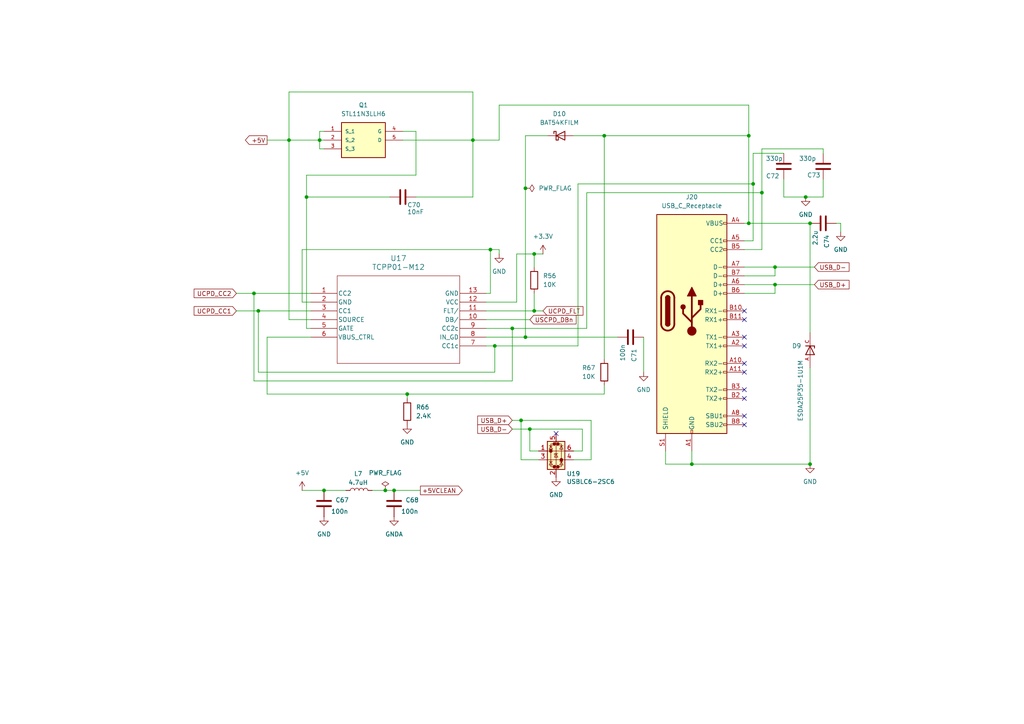
<source format=kicad_sch>
(kicad_sch (version 20250114) (generator "eeschema") (generator_version "9.0")
  (paper "A4")
  (lib_symbols
    (symbol "Connector:USB_C_Receptacle" (pin_names (offset 1.016))
      (property "Reference" "J" (at -10.16 29.21 0))
      (property "Value" "USB_C_Receptacle" (at 10.16 29.21 0))
      (symbol "USB_C_Receptacle_0_0"
        (rectangle (start -0.254 -35.56) (end 0.254 -34.544))
        (rectangle (start 10.16 25.654) (end 9.144 25.146))
        (rectangle (start 10.16 20.574) (end 9.144 20.066))
        (rectangle (start 10.16 18.034) (end 9.144 17.526))
        (rectangle (start 10.16 12.954) (end 9.144 12.446))
        (rectangle (start 10.16 10.414) (end 9.144 9.906))
        (rectangle (start 10.16 7.874) (end 9.144 7.366))
        (rectangle (start 10.16 5.334) (end 9.144 4.826))
        (rectangle (start 10.16 0.254) (end 9.144 -0.254))
        (rectangle (start 10.16 -2.286) (end 9.144 -2.794))
        (rectangle (start 10.16 -7.366) (end 9.144 -7.874))
        (rectangle (start 10.16 -9.906) (end 9.144 -10.414))
        (rectangle (start 10.16 -14.986) (end 9.144 -15.494))
        (rectangle (start 10.16 -17.526) (end 9.144 -18.034))
        (rectangle (start 10.16 -22.606) (end 9.144 -23.114))
        (rectangle (start 10.16 -25.146) (end 9.144 -25.654))
        (rectangle (start 10.16 -30.226) (end 9.144 -30.734))
        (rectangle (start 10.16 -32.766) (end 9.144 -33.274))
      )
      (symbol "USB_C_Receptacle_0_1"
        (rectangle (start -10.16 27.94) (end 10.16 -35.56) (stroke (width 0.254)) (fill (type background)))
        (polyline (pts (xy -8.89 -3.81) (xy -8.89 3.81)) (stroke (width 0.508)))
        (rectangle (start -7.62 -3.81) (end -6.35 3.81) (stroke (width 0.254)) (fill (type outline)))
        (arc (start -7.62 3.81) (mid -6.985 4.4423) (end -6.35 3.81) (stroke (width 0.254)))
        (arc (start -7.62 3.81) (mid -6.985 4.4423) (end -6.35 3.81) (stroke (width 0.254)) (fill (type outline)))
        (arc (start -8.89 3.81) (mid -6.985 5.7067) (end -5.08 3.81) (stroke (width 0.508)))
        (arc (start -5.08 -3.81) (mid -6.985 -5.7067) (end -8.89 -3.81) (stroke (width 0.508)))
        (arc (start -6.35 -3.81) (mid -6.985 -4.4423) (end -7.62 -3.81) (stroke (width 0.254)))
        (arc (start -6.35 -3.81) (mid -6.985 -4.4423) (end -7.62 -3.81) (stroke (width 0.254)) (fill (type outline)))
        (polyline (pts (xy -5.08 3.81) (xy -5.08 -3.81)) (stroke (width 0.508)))
      )
      (symbol "USB_C_Receptacle_1_1"
        (circle (center -2.54 1.143) (radius 0.635) (stroke (width 0.254)) (fill (type outline)))
        (polyline (pts (xy -1.27 4.318) (xy 0 6.858) (xy 1.27 4.318) (xy -1.27 4.318)) (stroke (width 0.254)) (fill (type outline)))
        (polyline (pts (xy 0 -2.032) (xy 2.54 0.508) (xy 2.54 1.778)) (stroke (width 0.508)))
        (polyline (pts (xy 0 -3.302) (xy -2.54 -0.762) (xy -2.54 0.508)) (stroke (width 0.508)))
        (polyline (pts (xy 0 -5.842) (xy 0 4.318)) (stroke (width 0.508)))
        (circle (center 0 -5.842) (radius 1.27) (fill (type outline)))
        (rectangle (start 1.905 1.778) (end 3.175 3.048) (stroke (width 0.254)) (fill (type outline)))
        (pin passive line (at -7.62 -40.64 90) (length 5.08) (name "SHIELD") (number "S1"))
        (pin passive line (at 0 -40.64 90) (length 5.08) (name "GND") (number "A1"))
        (pin passive line (at 0 -40.64 90) (length 5.08) (hide yes) (name "GND") (number "A12"))
        (pin passive line (at 0 -40.64 90) (length 5.08) (hide yes) (name "GND") (number "B1"))
        (pin passive line (at 0 -40.64 90) (length 5.08) (hide yes) (name "GND") (number "B12"))
        (pin passive line (at 15.24 25.4 180) (length 5.08) (name "VBUS") (number "A4"))
        (pin passive line (at 15.24 25.4 180) (length 5.08) (hide yes) (name "VBUS") (number "A9"))
        (pin passive line (at 15.24 25.4 180) (length 5.08) (hide yes) (name "VBUS") (number "B4"))
        (pin passive line (at 15.24 25.4 180) (length 5.08) (hide yes) (name "VBUS") (number "B9"))
        (pin bidirectional line (at 15.24 20.32 180) (length 5.08) (name "CC1") (number "A5"))
        (pin bidirectional line (at 15.24 17.78 180) (length 5.08) (name "CC2") (number "B5"))
        (pin bidirectional line (at 15.24 12.7 180) (length 5.08) (name "D-") (number "A7"))
        (pin bidirectional line (at 15.24 10.16 180) (length 5.08) (name "D-") (number "B7"))
        (pin bidirectional line (at 15.24 7.62 180) (length 5.08) (name "D+") (number "A6"))
        (pin bidirectional line (at 15.24 5.08 180) (length 5.08) (name "D+") (number "B6"))
        (pin bidirectional line (at 15.24 0 180) (length 5.08) (name "RX1-") (number "B10"))
        (pin bidirectional line (at 15.24 -2.54 180) (length 5.08) (name "RX1+") (number "B11"))
        (pin bidirectional line (at 15.24 -7.62 180) (length 5.08) (name "TX1-") (number "A3"))
        (pin bidirectional line (at 15.24 -10.16 180) (length 5.08) (name "TX1+") (number "A2"))
        (pin bidirectional line (at 15.24 -15.24 180) (length 5.08) (name "RX2-") (number "A10"))
        (pin bidirectional line (at 15.24 -17.78 180) (length 5.08) (name "RX2+") (number "A11"))
        (pin bidirectional line (at 15.24 -22.86 180) (length 5.08) (name "TX2-") (number "B3"))
        (pin bidirectional line (at 15.24 -25.4 180) (length 5.08) (name "TX2+") (number "B2"))
        (pin bidirectional line (at 15.24 -30.48 180) (length 5.08) (name "SBU1") (number "A8"))
        (pin bidirectional line (at 15.24 -33.02 180) (length 5.08) (name "SBU2") (number "B8"))
      )
    )
    (symbol "Device:C" (pin_numbers (hide yes)) (pin_names (offset 0.254))
      (property "Reference" "C" (at 0.635 2.54 0))
      (property "Value" "C" (at 0.635 -2.54 0))
      (symbol "C_0_1"
        (polyline (pts (xy -2.032 0.762) (xy 2.032 0.762)) (stroke (width 0.508)))
        (polyline (pts (xy -2.032 -0.762) (xy 2.032 -0.762)) (stroke (width 0.508)))
      )
      (symbol "C_1_1"
        (pin passive line (at 0 3.81 270) (length 2.794) (name "~") (number "1"))
        (pin passive line (at 0 -3.81 90) (length 2.794) (name "~") (number "2"))
      )
    )
    (symbol "Device:D_Schottky" (pin_numbers (hide yes)) (pin_names (offset 1.016) (hide yes))
      (property "Reference" "D" (at 0 2.54 0))
      (property "Value" "D_Schottky" (at 0 -2.54 0))
      (symbol "D_Schottky_0_1"
        (polyline (pts (xy -1.905 0.635) (xy -1.905 1.27) (xy -1.27 1.27) (xy -1.27 -1.27) (xy -0.635 -1.27) (xy -0.635 -0.635)) (stroke (width 0.254)))
        (polyline (pts (xy 1.27 1.27) (xy 1.27 -1.27) (xy -1.27 0) (xy 1.27 1.27)) (stroke (width 0.254)))
        (polyline (pts (xy 1.27 0) (xy -1.27 0)))
      )
      (symbol "D_Schottky_1_1"
        (pin passive line (at -3.81 0 0) (length 2.54) (name "K") (number "1"))
        (pin passive line (at 3.81 0 180) (length 2.54) (name "A") (number "2"))
      )
    )
    (symbol "Device:L" (pin_numbers (hide yes)) (pin_names (offset 1.016) (hide yes))
      (property "Reference" "L" (at -1.27 0 90))
      (property "Value" "L" (at 1.905 0 90))
      (symbol "L_0_1"
        (arc (start 0 2.54) (mid 0.6323 1.905) (end 0 1.27))
        (arc (start 0 1.27) (mid 0.6323 0.635) (end 0 0))
        (arc (start 0 0) (mid 0.6323 -0.635) (end 0 -1.27))
        (arc (start 0 -1.27) (mid 0.6323 -1.905) (end 0 -2.54))
      )
      (symbol "L_1_1"
        (pin passive line (at 0 3.81 270) (length 1.27) (name "1") (number "1"))
        (pin passive line (at 0 -3.81 90) (length 1.27) (name "2") (number "2"))
      )
    )
    (symbol "Device:R" (pin_numbers (hide yes)) (pin_names (offset 0))
      (property "Reference" "R" (at 2.032 0 90))
      (property "Value" "R" (at 0 0 90))
      (symbol "R_0_1"
        (rectangle (start -1.016 -2.54) (end 1.016 2.54) (stroke (width 0.254)))
      )
      (symbol "R_1_1"
        (pin passive line (at 0 3.81 270) (length 1.27) (name "~") (number "1"))
        (pin passive line (at 0 -3.81 90) (length 1.27) (name "~") (number "2"))
      )
    )
    (symbol "GND_1" (power) (pin_numbers (hide yes)) (pin_names (offset 0) (hide yes))
      (property "Value" "GND" (at 0 -3.81 0))
      (symbol "GND_1_0_1"
        (polyline (pts (xy 0 0) (xy 0 -1.27) (xy 1.27 -1.27) (xy 0 -2.54) (xy -1.27 -1.27) (xy 0 -1.27)))
      )
      (symbol "GND_1_1_1"
        (pin power_in line (at 0 0 270) (length 0) (name "~") (number "1"))
      )
    )
    (symbol "GND_2" (power) (pin_numbers (hide yes)) (pin_names (offset 0) (hide yes))
      (property "Value" "GND" (at 0 -3.81 0))
      (symbol "GND_2_0_1"
        (polyline (pts (xy 0 0) (xy 0 -1.27) (xy 1.27 -1.27) (xy 0 -2.54) (xy -1.27 -1.27) (xy 0 -1.27)))
      )
      (symbol "GND_2_1_1"
        (pin power_in line (at 0 0 270) (length 0) (name "~") (number "1"))
      )
    )
    (symbol "GND_3" (power) (pin_numbers (hide yes)) (pin_names (offset 0) (hide yes))
      (property "Value" "GND" (at 0 -3.81 0))
      (symbol "GND_3_0_1"
        (polyline (pts (xy 0 0) (xy 0 -1.27) (xy 1.27 -1.27) (xy 0 -2.54) (xy -1.27 -1.27) (xy 0 -1.27)))
      )
      (symbol "GND_3_1_1"
        (pin power_in line (at 0 0 270) (length 0) (name "~") (number "1"))
      )
    )
    (symbol "GND_4" (power) (pin_numbers (hide yes)) (pin_names (offset 0) (hide yes))
      (property "Value" "GND" (at 0 -3.81 0))
      (symbol "GND_4_0_1"
        (polyline (pts (xy 0 0) (xy 0 -1.27) (xy 1.27 -1.27) (xy 0 -2.54) (xy -1.27 -1.27) (xy 0 -1.27)))
      )
      (symbol "GND_4_1_1"
        (pin power_in line (at 0 0 270) (length 0) (name "~") (number "1"))
      )
    )
    (symbol "GND_5" (power) (pin_numbers (hide yes)) (pin_names (offset 0) (hide yes))
      (property "Value" "GND" (at 0 -3.81 0))
      (symbol "GND_5_0_1"
        (polyline (pts (xy 0 0) (xy 0 -1.27) (xy 1.27 -1.27) (xy 0 -2.54) (xy -1.27 -1.27) (xy 0 -1.27)))
      )
      (symbol "GND_5_1_1"
        (pin power_in line (at 0 0 270) (length 0) (name "~") (number "1"))
      )
    )
    (symbol "GND_6" (power) (pin_numbers (hide yes)) (pin_names (offset 0) (hide yes))
      (property "Value" "GND" (at 0 -3.81 0))
      (symbol "GND_6_0_1"
        (polyline (pts (xy 0 0) (xy 0 -1.27) (xy 1.27 -1.27) (xy 0 -2.54) (xy -1.27 -1.27) (xy 0 -1.27)))
      )
      (symbol "GND_6_1_1"
        (pin power_in line (at 0 0 270) (length 0) (name "~") (number "1"))
      )
    )
    (symbol "GND_7" (power) (pin_numbers (hide yes)) (pin_names (offset 0) (hide yes))
      (property "Value" "GND" (at 0 -3.81 0))
      (symbol "GND_7_0_1"
        (polyline (pts (xy 0 0) (xy 0 -1.27) (xy 1.27 -1.27) (xy 0 -2.54) (xy -1.27 -1.27) (xy 0 -1.27)))
      )
      (symbol "GND_7_1_1"
        (pin power_in line (at 0 0 270) (length 0) (name "~") (number "1"))
      )
    )
    (symbol "Power_Protection:USBLC6-2SC6" (pin_names (hide yes))
      (property "Reference" "U" (at 0.635 5.715 0))
      (property "Value" "USBLC6-2SC6" (at 0.635 3.81 0))
      (symbol "USBLC6-2SC6_0_0"
        (circle (center -1.524 0) (radius 0.0001) (stroke (width 0.508)))
        (circle (center -0.508 2.032) (radius 0.0001) (stroke (width 0.508)))
        (circle (center -0.508 -4.572) (radius 0.0001) (stroke (width 0.508)))
        (circle (center 0.508 2.032) (radius 0.0001) (stroke (width 0.508)))
        (circle (center 0.508 -4.572) (radius 0.0001) (stroke (width 0.508)))
        (circle (center 1.524 -2.54) (radius 0.0001) (stroke (width 0.508)))
      )
      (symbol "USBLC6-2SC6_0_1"
        (polyline (pts (xy -2.54 0) (xy 2.54 0)))
        (polyline (pts (xy -2.54 -2.54) (xy 2.54 -2.54)))
        (polyline (pts (xy -2.032 0.508) (xy -1.016 0.508) (xy -1.524 1.524) (xy -2.032 0.508)))
        (polyline (pts (xy -2.032 -3.048) (xy -1.016 -3.048)))
        (polyline (pts (xy -1.016 1.524) (xy -2.032 1.524)))
        (polyline (pts (xy -1.016 -4.064) (xy -2.032 -4.064) (xy -1.524 -3.048) (xy -1.016 -4.064)))
        (polyline (pts (xy -0.508 -1.143) (xy -0.508 -0.762) (xy 0.508 -0.762)))
        (polyline (pts (xy 0 2.54) (xy -0.508 2.032) (xy 0.508 2.032) (xy 0 1.524) (xy 0 -4.064) (xy -0.508 -4.572) (xy 0.508 -4.572) (xy 0 -5.08)))
        (polyline (pts (xy 0.508 -1.778) (xy -0.508 -1.778) (xy 0 -0.762) (xy 0.508 -1.778)))
        (polyline (pts (xy 1.016 1.524) (xy 2.032 1.524)))
        (polyline (pts (xy 1.016 -3.048) (xy 2.032 -3.048)))
        (polyline (pts (xy 2.032 0.508) (xy 1.016 0.508) (xy 1.524 1.524) (xy 2.032 0.508)))
        (polyline (pts (xy 2.032 -4.064) (xy 1.016 -4.064) (xy 1.524 -3.048) (xy 2.032 -4.064)))
      )
      (symbol "USBLC6-2SC6_1_1"
        (rectangle (start -2.54 2.794) (end 2.54 -5.334) (stroke (width 0.254)) (fill (type background)))
        (polyline (pts (xy -0.508 2.032) (xy -1.524 2.032) (xy -1.524 -4.572) (xy -0.508 -4.572)))
        (polyline (pts (xy 0.508 -4.572) (xy 1.524 -4.572) (xy 1.524 2.032) (xy 0.508 2.032)))
        (pin passive line (at -5.08 0 0) (length 2.54) (name "I/O1") (number "1"))
        (pin passive line (at -5.08 -2.54 0) (length 2.54) (name "I/O2") (number "3"))
        (pin passive line (at 0 5.08 270) (length 2.54) (name "VBUS") (number "5"))
        (pin passive line (at 0 -7.62 90) (length 2.54) (name "GND") (number "2"))
        (pin passive line (at 5.08 0 180) (length 2.54) (name "I/O1") (number "6"))
        (pin passive line (at 5.08 -2.54 180) (length 2.54) (name "I/O2") (number "4"))
      )
    )
    (symbol "USBLabTool:ESDA25P35-1U1M" (pin_names (offset 1.016))
      (property "Reference" "D" (at -5.0835 2.4159 0))
      (property "Value" "ESDA25P35-1U1M" (at -5.0854 -4.9611 0))
      (symbol "ESDA25P35-1U1M_0_0"
        (polyline (pts (xy -1.27 0) (xy -1.27 1.27)) (stroke (width 0.254)))
        (polyline (pts (xy -1.27 0) (xy 1.27 -1.27)) (stroke (width 0.254)))
        (polyline (pts (xy -1.27 -1.27) (xy -1.27 0)) (stroke (width 0.254)))
        (polyline (pts (xy -0.635 -1.27) (xy -1.27 -1.27)) (stroke (width 0.254)))
        (polyline (pts (xy 1.27 1.27) (xy -1.27 0)) (stroke (width 0.254)))
        (polyline (pts (xy 1.27 -1.27) (xy 1.27 1.27)) (stroke (width 0.254)))
        (pin passive line (at -5.08 0 0) (length 5.08) (name "~") (number "C"))
        (pin passive line (at 5.08 0 180) (length 5.08) (name "~") (number "A"))
      )
    )
    (symbol "USBLabTool:STL11N3LLH6" (pin_names (offset 1.016))
      (property "Reference" "Q" (at 19.05 7.62 0))
      (property "Value" "STL11N3LLH6" (at 19.05 5.08 0))
      (symbol "STL11N3LLH6_0_0"
        (rectangle (start 5.08 2.54) (end 17.78 -7.62) (stroke (width 0.254)) (fill (type background)))
      )
      (symbol "STL11N3LLH6_1_0"
        (pin passive line (at 0 0 0) (length 5.08) (name "S_1") (number "1"))
        (pin passive line (at 0 -2.54 0) (length 5.08) (name "S_2") (number "2"))
        (pin passive line (at 0 -5.08 0) (length 5.08) (name "S_3") (number "3"))
        (pin passive line (at 22.86 0 180) (length 5.08) (name "G") (number "4"))
        (pin passive line (at 22.86 -2.54 180) (length 5.08) (name "D") (number "5"))
      )
    )
    (symbol "USBLabTool:TCPP01-M12" (pin_names (offset 0.254))
      (property "Reference" "U" (at 25.4 10.16 0))
      (property "Value" "TCPP01-M12" (at 25.4 7.62 0))
      (symbol "TCPP01-M12_0_1"
        (polyline (pts (xy 7.62 5.08) (xy 7.62 -20.32)) (stroke (width 0.127)))
        (polyline (pts (xy 7.62 -20.32) (xy 43.18 -20.32)) (stroke (width 0.127)))
        (polyline (pts (xy 43.18 5.08) (xy 7.62 5.08)) (stroke (width 0.127)))
        (polyline (pts (xy 43.18 -20.32) (xy 43.18 5.08)) (stroke (width 0.127)))
        (pin bidirectional line (at 0 0 0) (length 7.62) (name "CC2") (number "1"))
        (pin bidirectional line (at 0 -5.08 0) (length 7.62) (name "CC1") (number "3"))
        (pin power_in line (at 50.8 -2.54 180) (length 7.62) (name "VCC") (number "12"))
        (pin bidirectional line (at 50.8 -10.16 180) (length 7.62) (name "CC2c") (number "9"))
        (pin bidirectional line (at 50.8 -15.24 180) (length 7.62) (name "CC1c") (number "7"))
      )
      (symbol "TCPP01-M12_1_1"
        (pin power_in line (at 0 -2.54 0) (length 7.62) (name "GND") (number "2"))
        (pin power_out line (at 0 -7.62 0) (length 7.62) (name "SOURCE") (number "4"))
        (pin output line (at 0 -10.16 0) (length 7.62) (name "GATE") (number "5"))
        (pin input line (at 0 -12.7 0) (length 7.62) (name "VBUS_CTRL") (number "6"))
        (pin power_in line (at 50.8 0 180) (length 7.62) (name "GND") (number "13"))
        (pin output line (at 50.8 -5.08 180) (length 7.62) (name "FLT/") (number "11"))
        (pin input line (at 50.8 -7.62 180) (length 7.62) (name "DB/") (number "10"))
        (pin power_in line (at 50.8 -12.7 180) (length 7.62) (name "IN_GD") (number "8"))
      )
    )
    (symbol "power:+3.3V" (power) (pin_numbers (hide yes)) (pin_names (offset 0) (hide yes))
      (property "Value" "+3.3V" (at 0 3.556 0))
      (symbol "+3.3V_0_1"
        (polyline (pts (xy -0.762 1.27) (xy 0 2.54)))
        (polyline (pts (xy 0 2.54) (xy 0.762 1.27)))
        (polyline (pts (xy 0 0) (xy 0 2.54)))
      )
      (symbol "+3.3V_1_1"
        (pin power_in line (at 0 0 90) (length 0) (name "~") (number "1"))
      )
    )
    (symbol "power:+5V" (power) (pin_numbers (hide yes)) (pin_names (offset 0) (hide yes))
      (property "Value" "+5V" (at 0 3.556 0))
      (symbol "+5V_0_1"
        (polyline (pts (xy -0.762 1.27) (xy 0 2.54)))
        (polyline (pts (xy 0 2.54) (xy 0.762 1.27)))
        (polyline (pts (xy 0 0) (xy 0 2.54)))
      )
      (symbol "+5V_1_1"
        (pin power_in line (at 0 0 90) (length 0) (name "~") (number "1"))
      )
    )
    (symbol "power:GND" (power) (pin_numbers (hide yes)) (pin_names (offset 0) (hide yes))
      (property "Value" "GND" (at 0 -3.81 0))
      (symbol "GND_0_1"
        (polyline (pts (xy 0 0) (xy 0 -1.27) (xy 1.27 -1.27) (xy 0 -2.54) (xy -1.27 -1.27) (xy 0 -1.27)))
      )
      (symbol "GND_1_1"
        (pin power_in line (at 0 0 270) (length 0) (name "~") (number "1"))
      )
    )
    (symbol "power:GNDA" (power) (pin_numbers (hide yes)) (pin_names (offset 0) (hide yes))
      (property "Value" "GNDA" (at 0 -3.81 0))
      (symbol "GNDA_0_1"
        (polyline (pts (xy 0 0) (xy 0 -1.27) (xy 1.27 -1.27) (xy 0 -2.54) (xy -1.27 -1.27) (xy 0 -1.27)))
      )
      (symbol "GNDA_1_1"
        (pin power_in line (at 0 0 270) (length 0) (name "~") (number "1"))
      )
    )
    (symbol "power:PWR_FLAG" (power) (pin_numbers (hide yes)) (pin_names (offset 0) (hide yes))
      (property "Value" "PWR_FLAG" (at 0 3.81 0))
      (symbol "PWR_FLAG_0_0"
        (pin power_out line (at 0 0 90) (length 0) (name "~") (number "1"))
      )
      (symbol "PWR_FLAG_0_1"
        (polyline (pts (xy 0 0) (xy 0 1.27) (xy -1.016 1.905) (xy 0 2.54) (xy 1.016 1.905) (xy 0 1.27)))
      )
    )
  )
  (junction (at 234.95 134.62))
  (junction (at 93.98 142.24))
  (junction (at 111.76 142.24))
  (junction (at 224.79 77.47))
  (junction (at 154.94 73.66))
  (junction (at 143.51 100.33))
  (junction (at 220.98 55.88))
  (junction (at 154.94 90.17))
  (junction (at 217.17 39.37))
  (junction (at 118.11 114.3))
  (junction (at 152.4 54.61))
  (junction (at 148.59 95.25))
  (junction (at 114.3 142.24))
  (junction (at 83.82 40.64))
  (junction (at 137.16 40.64))
  (junction (at 74.93 90.17))
  (junction (at 224.79 82.55))
  (junction (at 88.9 57.15))
  (junction (at 175.26 39.37))
  (junction (at 217.17 64.77))
  (junction (at 218.44 53.34))
  (junction (at 233.68 57.15))
  (junction (at 142.24 72.39))
  (junction (at 151.13 121.92))
  (junction (at 153.67 124.46))
  (junction (at 152.4 97.79))
  (junction (at 234.95 64.77))
  (junction (at 92.71 40.64))
  (junction (at 200.66 134.62))
  (junction (at 73.66 85.09))
  (no_connect (at 215.9 107.95))
  (no_connect (at 215.9 105.41))
  (no_connect (at 215.9 113.03))
  (no_connect (at 215.9 92.71))
  (no_connect (at 215.9 90.17))
  (no_connect (at 215.9 123.19))
  (no_connect (at 215.9 120.65))
  (no_connect (at 215.9 97.79))
  (no_connect (at 161.29 125.73))
  (no_connect (at 215.9 115.57))
  (no_connect (at 215.9 100.33))
  (wire (pts (xy 77.47 97.79) (xy 90.17 97.79)))
  (wire (pts (xy 83.82 40.64) (xy 92.71 40.64)))
  (wire (pts (xy 73.66 110.49) (xy 148.59 110.49)))
  (wire (pts (xy 243.84 64.77) (xy 242.57 64.77)))
  (wire (pts (xy 93.98 142.24) (xy 100.33 142.24)))
  (wire (pts (xy 220.98 55.88) (xy 170.18 55.88)))
  (wire (pts (xy 217.17 30.48) (xy 217.17 39.37)))
  (wire (pts (xy 148.59 95.25) (xy 170.18 95.25)))
  (wire (pts (xy 166.37 130.81) (xy 168.91 130.81)))
  (wire (pts (xy 151.13 133.35) (xy 151.13 121.92)))
  (wire (pts (xy 152.4 39.37) (xy 158.75 39.37)))
  (wire (pts (xy 234.95 64.77) (xy 234.95 96.52)))
  (wire (pts (xy 220.98 72.39) (xy 220.98 55.88)))
  (wire (pts (xy 171.45 133.35) (xy 171.45 121.92)))
  (wire (pts (xy 153.67 124.46) (xy 168.91 124.46)))
  (wire (pts (xy 238.76 52.07) (xy 238.76 57.15)))
  (wire (pts (xy 74.93 107.95) (xy 143.51 107.95)))
  (wire (pts (xy 118.11 114.3) (xy 175.26 114.3)))
  (wire (pts (xy 215.9 64.77) (xy 217.17 64.77)))
  (wire (pts (xy 116.84 40.64) (xy 137.16 40.64)))
  (wire (pts (xy 149.86 73.66) (xy 149.86 87.63)))
  (wire (pts (xy 153.67 130.81) (xy 153.67 124.46)))
  (wire (pts (xy 217.17 64.77) (xy 217.17 39.37)))
  (wire (pts (xy 224.79 80.01) (xy 224.79 77.47)))
  (wire (pts (xy 137.16 40.64) (xy 144.78 40.64)))
  (wire (pts (xy 73.66 85.09) (xy 90.17 85.09)))
  (wire (pts (xy 166.37 133.35) (xy 171.45 133.35)))
  (wire (pts (xy 243.84 64.77) (xy 243.84 67.31)))
  (wire (pts (xy 152.4 97.79) (xy 179.07 97.79)))
  (wire (pts (xy 166.37 39.37) (xy 175.26 39.37)))
  (wire (pts (xy 144.78 30.48) (xy 217.17 30.48)))
  (wire (pts (xy 224.79 77.47) (xy 236.22 77.47)))
  (wire (pts (xy 83.82 40.64) (xy 83.82 26.67)))
  (wire (pts (xy 74.93 90.17) (xy 90.17 90.17)))
  (wire (pts (xy 73.66 85.09) (xy 73.66 110.49)))
  (wire (pts (xy 200.66 134.62) (xy 234.95 134.62)))
  (wire (pts (xy 111.76 142.24) (xy 114.3 142.24)))
  (wire (pts (xy 215.9 77.47) (xy 224.79 77.47)))
  (wire (pts (xy 83.82 26.67) (xy 137.16 26.67)))
  (wire (pts (xy 152.4 39.37) (xy 152.4 54.61)))
  (wire (pts (xy 233.68 57.15) (xy 238.76 57.15)))
  (wire (pts (xy 140.97 100.33) (xy 143.51 100.33)))
  (wire (pts (xy 170.18 55.88) (xy 170.18 95.25)))
  (wire (pts (xy 227.33 52.07) (xy 227.33 57.15)))
  (wire (pts (xy 151.13 121.92) (xy 171.45 121.92)))
  (wire (pts (xy 143.51 100.33) (xy 143.51 107.95)))
  (wire (pts (xy 87.63 142.24) (xy 93.98 142.24)))
  (wire (pts (xy 224.79 85.09) (xy 224.79 82.55)))
  (wire (pts (xy 154.94 90.17) (xy 157.48 90.17)))
  (wire (pts (xy 220.98 55.88) (xy 220.98 43.18)))
  (wire (pts (xy 218.44 69.85) (xy 218.44 53.34)))
  (wire (pts (xy 218.44 44.45) (xy 227.33 44.45)))
  (wire (pts (xy 88.9 50.8) (xy 88.9 57.15)))
  (wire (pts (xy 215.9 69.85) (xy 218.44 69.85)))
  (wire (pts (xy 107.95 142.24) (xy 111.76 142.24)))
  (wire (pts (xy 200.66 134.62) (xy 193.04 134.62)))
  (wire (pts (xy 149.86 73.66) (xy 154.94 73.66)))
  (wire (pts (xy 175.26 39.37) (xy 175.26 104.14)))
  (wire (pts (xy 88.9 57.15) (xy 88.9 95.25)))
  (wire (pts (xy 156.21 130.81) (xy 153.67 130.81)))
  (wire (pts (xy 92.71 38.1) (xy 92.71 40.64)))
  (wire (pts (xy 227.33 57.15) (xy 233.68 57.15)))
  (wire (pts (xy 218.44 53.34) (xy 218.44 44.45)))
  (wire (pts (xy 156.21 133.35) (xy 151.13 133.35)))
  (wire (pts (xy 186.69 97.79) (xy 186.69 107.95)))
  (wire (pts (xy 137.16 26.67) (xy 137.16 40.64)))
  (wire (pts (xy 175.26 39.37) (xy 217.17 39.37)))
  (wire (pts (xy 215.9 85.09) (xy 224.79 85.09)))
  (wire (pts (xy 217.17 64.77) (xy 234.95 64.77)))
  (wire (pts (xy 154.94 73.66) (xy 154.94 77.47)))
  (wire (pts (xy 175.26 111.76) (xy 175.26 114.3)))
  (wire (pts (xy 114.3 142.24) (xy 121.92 142.24)))
  (wire (pts (xy 68.58 90.17) (xy 74.93 90.17)))
  (wire (pts (xy 77.47 97.79) (xy 77.47 114.3)))
  (wire (pts (xy 120.65 38.1) (xy 116.84 38.1)))
  (wire (pts (xy 88.9 50.8) (xy 120.65 50.8)))
  (wire (pts (xy 200.66 130.81) (xy 200.66 134.62)))
  (wire (pts (xy 144.78 73.66) (xy 144.78 72.39)))
  (wire (pts (xy 92.71 40.64) (xy 92.71 43.18)))
  (wire (pts (xy 142.24 85.09) (xy 140.97 85.09)))
  (wire (pts (xy 215.9 82.55) (xy 224.79 82.55)))
  (wire (pts (xy 92.71 43.18) (xy 93.98 43.18)))
  (wire (pts (xy 74.93 90.17) (xy 74.93 107.95)))
  (wire (pts (xy 144.78 40.64) (xy 144.78 30.48)))
  (wire (pts (xy 120.65 50.8) (xy 120.65 38.1)))
  (wire (pts (xy 87.63 87.63) (xy 90.17 87.63)))
  (wire (pts (xy 77.47 114.3) (xy 118.11 114.3)))
  (wire (pts (xy 238.76 43.18) (xy 238.76 44.45)))
  (wire (pts (xy 68.58 85.09) (xy 73.66 85.09)))
  (wire (pts (xy 142.24 72.39) (xy 142.24 85.09)))
  (wire (pts (xy 120.65 57.15) (xy 137.16 57.15)))
  (wire (pts (xy 220.98 43.18) (xy 238.76 43.18)))
  (wire (pts (xy 83.82 92.71) (xy 90.17 92.71)))
  (wire (pts (xy 154.94 85.09) (xy 154.94 90.17)))
  (wire (pts (xy 154.94 73.66) (xy 157.48 73.66)))
  (wire (pts (xy 87.63 72.39) (xy 142.24 72.39)))
  (wire (pts (xy 137.16 40.64) (xy 137.16 57.15)))
  (wire (pts (xy 167.64 53.34) (xy 218.44 53.34)))
  (wire (pts (xy 193.04 130.81) (xy 193.04 134.62)))
  (wire (pts (xy 148.59 121.92) (xy 151.13 121.92)))
  (wire (pts (xy 77.47 40.64) (xy 83.82 40.64)))
  (wire (pts (xy 83.82 40.64) (xy 83.82 92.71)))
  (wire (pts (xy 92.71 38.1) (xy 93.98 38.1)))
  (wire (pts (xy 234.95 134.62) (xy 234.95 106.68)))
  (wire (pts (xy 88.9 57.15) (xy 113.03 57.15)))
  (wire (pts (xy 87.63 87.63) (xy 87.63 72.39)))
  (wire (pts (xy 90.17 95.25) (xy 88.9 95.25)))
  (wire (pts (xy 144.78 72.39) (xy 142.24 72.39)))
  (wire (pts (xy 215.9 80.01) (xy 224.79 80.01)))
  (wire (pts (xy 92.71 40.64) (xy 93.98 40.64)))
  (wire (pts (xy 168.91 130.81) (xy 168.91 124.46)))
  (wire (pts (xy 140.97 92.71) (xy 153.67 92.71)))
  (wire (pts (xy 140.97 97.79) (xy 152.4 97.79)))
  (wire (pts (xy 224.79 82.55) (xy 236.22 82.55)))
  (wire (pts (xy 143.51 100.33) (xy 167.64 100.33)))
  (wire (pts (xy 118.11 115.57) (xy 118.11 114.3)))
  (wire (pts (xy 140.97 90.17) (xy 154.94 90.17)))
  (wire (pts (xy 148.59 124.46) (xy 153.67 124.46)))
  (wire (pts (xy 152.4 54.61) (xy 152.4 97.79)))
  (wire (pts (xy 215.9 72.39) (xy 220.98 72.39)))
  (wire (pts (xy 140.97 95.25) (xy 148.59 95.25)))
  (wire (pts (xy 167.64 100.33) (xy 167.64 53.34)))
  (wire (pts (xy 140.97 87.63) (xy 149.86 87.63)))
  (wire (pts (xy 148.59 95.25) (xy 148.59 110.49)))
  (global_label "UCPD_FLT" (shape input) (at 157.48 90.17 0) (property "Intersheetrefs" "${INTERSHEET_REFS}" (effects (hide yes))))
  (global_label "USB_D-" (shape input) (at 148.59 124.46 180) (property "Intersheetrefs" "${INTERSHEET_REFS}" (effects (hide yes))))
  (global_label "UCPD_CC1" (shape input) (at 68.58 90.17 180) (property "Intersheetrefs" "${INTERSHEET_REFS}" (effects (hide yes))))
  (global_label "USCPD_DBn" (shape input) (at 153.67 92.71 0) (property "Intersheetrefs" "${INTERSHEET_REFS}" (effects (hide yes))))
  (global_label "+5VCLEAN" (shape output) (at 121.92 142.24 0) (property "Intersheetrefs" "${INTERSHEET_REFS}" (effects (hide yes))))
  (global_label "UCPD_CC2" (shape input) (at 68.58 85.09 180) (property "Intersheetrefs" "${INTERSHEET_REFS}" (effects (hide yes))))
  (global_label "USB_D+" (shape input) (at 236.22 82.55 0) (property "Intersheetrefs" "${INTERSHEET_REFS}" (effects (hide yes))))
  (global_label "USB_D+" (shape input) (at 148.59 121.92 180) (property "Intersheetrefs" "${INTERSHEET_REFS}" (effects (hide yes))))
  (global_label "+5V" (shape output) (at 77.47 40.64 180) (property "Intersheetrefs" "${INTERSHEET_REFS}" (effects (hide yes))))
  (global_label "USB_D-" (shape input) (at 236.22 77.47 0) (property "Intersheetrefs" "${INTERSHEET_REFS}" (effects (hide yes))))
  (symbol (lib_id "USBLabTool:STL11N3LLH6") (at 93.98 38.1 0) (unit 1)
    (property "Reference" "Q1" (at 105.41 30.48 0))
    (property "Value" "STL11N3LLH6" (at 105.41 33.02 0))
    (property "Footprint" "userfp:STL20N6F7" (effects (hide yes)))
    (property "Description" "MOSFET N-Ch 30V 0.006 Ohm 11A STripFET VI Deep" (effects (hide yes)))
    (property "Q_G" "17nC" (effects (hide yes)))
    (property "VENDOR1_PART_NUMBER" "511-STL11N3LLH6" (effects (hide yes)))
    (property "MANUFACTURER_NAME" "STMicroelectronics" (effects (hide yes)))
    (property "OPERATING_TEMPERATURE" "-55 to 150" (effects (hide yes)))
    (property "Package" "PowerVDFN-8 STMicroelectronics" (effects (hide yes)))
    (property "DigiKey_Part_Number" "497-11099-2-ND" (effects (hide yes)))
    (property "P_D" "50W" (effects (hide yes)))
    (property "I_D" "30V" (effects (hide yes)))
    (property "Check_prices" "https://www.snapeda.com/parts/STL11N3LLH6/STMicroelectronics/view-part/?ref=eda" (effects (hide yes)))
    (property "HEIGHT" "mm" (effects (hide yes)))
    (property "VENDOR1" "Mouser" (effects (hide yes)))
    (property "MP" "STL11N3LLH6" (effects (hide yes)))
    (property "SnapEDA_Link" "https://www.snapeda.com/parts/STL11N3LLH6/STMicroelectronics/view-part/?ref=snap" (effects (hide yes)))
    (property "RDS_ON" "6mOhm" (effects (hide yes)))
    (property "CHANNELS" "1" (effects (hide yes)))
    (property "Description_1" "N-Channel 30 V 11A (Tc) 2W (Ta), 50W (Tc) Surface Mount PowerFlat™ (3.3x3.3)" (effects (hide yes)))
    (property "TRANSISTOR_POLARITY" "N-Channel" (effects (hide yes)))
    (property "MF" "STMicroelectronics" (effects (hide yes)))
    (property "MANUFACTURER_PART_NUMBER" "STL11N3LLH6" (effects (hide yes)))
  )
  (symbol (lib_id "Device:L") (at 104.14 142.24 90) (unit 1)
    (property "Reference" "L7" (at 103.886 137.414 90))
    (property "Value" "4.7uH" (at 103.886 139.954 90))
    (property "Footprint" "Inductor_SMD:L_0603_1608Metric_Pad1.05x0.95mm_HandSolder" (effects (hide yes)))
    (property "Mouser REF" "80-L0603B470KPWFT" (effects (hide yes)))
  )
  (symbol (lib_id "Device:R") (at 118.11 119.38 0) (unit 1)
    (property "Reference" "R66" (at 120.65 118.1099 0) (effects (justify left)))
    (property "Value" "2.4K" (at 120.65 120.6499 0) (effects (justify left)))
    (property "Footprint" "Resistor_SMD:R_0603_1608Metric" (effects (hide yes)))
    (property "Description" "Resistor" (effects (hide yes)))
  )
  (symbol (lib_id "Device:C") (at 238.76 64.77 270) (unit 1)
    (property "Reference" "C74" (at 239.776 68.072 0) (effects (justify left)))
    (property "Value" "2.2u" (at 236.474 66.802 0) (effects (justify left)))
    (property "Footprint" "Capacitor_SMD:C_0603_1608Metric_Pad1.08x0.95mm_HandSolder" (effects (hide yes)))
  )
  (symbol (lib_name "GND_3") (lib_id "power:GND") (at 186.69 107.95 0) (unit 1)
    (property "Reference" "#PWR0137" (effects (hide yes)))
    (property "Value" "GND" (at 186.69 113.03 0))
    (property "Description" "Power symbol creates a global label with name \"GND\" , ground" (effects (hide yes)))
  )
  (symbol (lib_id "Power_Protection:USBLC6-2SC6") (at 161.29 130.81 0) (unit 1)
    (property "Reference" "U19" (at 164.338 137.414 0) (effects (justify left)))
    (property "Value" "USBLC6-2SC6" (at 164.338 139.7 0) (effects (justify left)))
    (property "Footprint" "Package_TO_SOT_SMD:SOT-23-6" (effects (hide yes)))
    (property "Datasheet" "https://www.st.com/resource/en/datasheet/usblc6-2.pdf" (effects (hide yes)))
    (property "Description" "Very low capacitance ESD protection diode, 2 data-line, SOT-23-6" (effects (hide yes)))
  )
  (symbol (lib_id "power:GNDA") (at 114.3 149.86 0) (unit 1)
    (property "Reference" "#PWR0132" (effects (hide yes)))
    (property "Value" "GNDA" (at 114.3 154.94 0))
    (property "Description" "Power symbol creates a global label with name \"GNDA\" , analog ground" (effects (hide yes)))
  )
  (symbol (lib_id "Device:D_Schottky") (at 162.56 39.37 0) (unit 1)
    (property "Reference" "D10" (at 162.2425 33.02 0))
    (property "Value" "BAT54KFILM" (at 162.2425 35.56 0))
    (property "Footprint" "Diode_SMD:D_SOD-523" (effects (hide yes)))
    (property "Description" "Schottky diode" (effects (hide yes)))
  )
  (symbol (lib_id "power:GND") (at 118.11 123.19 0) (unit 1)
    (property "Reference" "#PWR0136" (effects (hide yes)))
    (property "Value" "GND" (at 118.11 128.27 0))
    (property "Description" "Power symbol creates a global label with name \"GND\" , ground" (effects (hide yes)))
  )
  (symbol (lib_id "Device:C") (at 238.76 48.26 180) (unit 1)
    (property "Reference" "C73" (at 237.998 50.8 0) (effects (justify left)))
    (property "Value" "330p" (at 236.728 45.974 0) (effects (justify left)))
    (property "Footprint" "Capacitor_SMD:C_0201_0603Metric_Pad0.64x0.40mm_HandSolder" (effects (hide yes)))
  )
  (symbol (lib_id "Device:C") (at 182.88 97.79 270) (unit 1)
    (property "Reference" "C71" (at 183.896 101.092 0) (effects (justify left)))
    (property "Value" "100n" (at 180.594 99.822 0) (effects (justify left)))
    (property "Footprint" "Capacitor_SMD:C_0603_1608Metric_Pad1.08x0.95mm_HandSolder" (effects (hide yes)))
  )
  (symbol (lib_id "power:PWR_FLAG") (at 111.76 142.24 0) (unit 1)
    (property "Reference" "#FLG05" (effects (hide yes)))
    (property "Value" "PWR_FLAG" (at 111.76 137.16 0))
    (property "Description" "Special symbol for telling ERC where power comes from" (effects (hide yes)))
  )
  (symbol (lib_id "power:+5V") (at 87.63 142.24 0) (unit 1)
    (property "Reference" "#PWR0130" (effects (hide yes)))
    (property "Value" "+5V" (at 87.63 137.16 0))
    (property "Description" "Power symbol creates a global label with name \"+5V\"" (effects (hide yes)))
  )
  (symbol (lib_name "GND_5") (lib_id "power:GND") (at 233.68 57.15 0) (unit 1)
    (property "Reference" "#PWR0139" (effects (hide yes)))
    (property "Value" "GND" (at 233.68 62.23 0))
    (property "Description" "Power symbol creates a global label with name \"GND\" , ground" (effects (hide yes)))
  )
  (symbol (lib_name "GND_6") (lib_id "power:GND") (at 243.84 67.31 0) (unit 1)
    (property "Reference" "#PWR0140" (effects (hide yes)))
    (property "Value" "GND" (at 243.84 72.39 0))
    (property "Description" "Power symbol creates a global label with name \"GND\" , ground" (effects (hide yes)))
  )
  (symbol (lib_id "Device:R") (at 175.26 107.95 0) (unit 1)
    (property "Reference" "R67" (at 172.72 106.6799 0) (effects (justify right)))
    (property "Value" "10K" (at 172.72 109.2199 0) (effects (justify right)))
    (property "Footprint" "Resistor_SMD:R_0603_1608Metric" (effects (hide yes)))
    (property "Description" "Resistor" (effects (hide yes)))
  )
  (symbol (lib_id "Device:C") (at 227.33 48.26 180) (unit 1)
    (property "Reference" "C72" (at 226.06 51.054 0) (effects (justify left)))
    (property "Value" "330p" (at 227.076 45.974 0) (effects (justify left)))
    (property "Footprint" "Capacitor_SMD:C_0201_0603Metric_Pad0.64x0.40mm_HandSolder" (effects (hide yes)))
  )
  (symbol (lib_name "GND_1") (lib_id "power:GND") (at 161.29 138.43 0) (unit 1)
    (property "Reference" "#PWR078" (effects (hide yes)))
    (property "Value" "GND" (at 161.29 143.51 0))
    (property "Description" "Power symbol creates a global label with name \"GND\" , ground" (effects (hide yes)))
  )
  (symbol (lib_id "Device:C") (at 93.98 146.05 0) (unit 1)
    (property "Reference" "C67" (at 97.282 145.034 0) (effects (justify left)))
    (property "Value" "100n" (at 96.012 148.336 0) (effects (justify left)))
    (property "Footprint" "Capacitor_SMD:C_0603_1608Metric_Pad1.08x0.95mm_HandSolder" (effects (hide yes)))
  )
  (symbol (lib_id "Connector:USB_C_Receptacle") (at 200.66 90.17 0) (unit 1)
    (property "Reference" "J20" (at 200.66 57.15 0))
    (property "Value" "USB_C_Receptacle" (at 200.66 59.69 0))
    (property "Footprint" "Connector_USB:USB_C_Receptacle_Amphenol_12401610E4-2A" (effects (hide yes)))
    (property "Datasheet" "https://www.usb.org/sites/default/files/documents/usb_type-c.zip" (effects (hide yes)))
    (property "Description" "USB Full-Featured Type-C Receptacle connector" (effects (hide yes)))
  )
  (symbol (lib_name "GND_4") (lib_id "power:GND") (at 144.78 73.66 0) (unit 1)
    (property "Reference" "#PWR0135" (effects (hide yes)))
    (property "Value" "GND" (at 144.78 78.74 0))
    (property "Description" "Power symbol creates a global label with name \"GND\" , ground" (effects (hide yes)))
  )
  (symbol (lib_id "Device:C") (at 114.3 146.05 0) (unit 1)
    (property "Reference" "C68" (at 117.602 145.034 0) (effects (justify left)))
    (property "Value" "100n" (at 116.332 148.336 0) (effects (justify left)))
    (property "Footprint" "Capacitor_SMD:C_0603_1608Metric_Pad1.08x0.95mm_HandSolder" (effects (hide yes)))
  )
  (symbol (lib_id "power:PWR_FLAG") (at 152.4 54.61 270) (unit 1)
    (property "Reference" "#FLG015" (effects (hide yes)))
    (property "Value" "PWR_FLAG" (at 156.21 54.6099 90) (effects (justify left)))
    (property "Description" "Special symbol for telling ERC where power comes from" (effects (hide yes)))
  )
  (symbol (lib_id "Device:R") (at 154.94 81.28 0) (unit 1)
    (property "Reference" "R56" (at 157.48 80.0099 0) (effects (justify left)))
    (property "Value" "10K" (at 157.48 82.5499 0) (effects (justify left)))
    (property "Footprint" "Resistor_SMD:R_0603_1608Metric" (effects (hide yes)))
    (property "Description" "Resistor" (effects (hide yes)))
  )
  (symbol (lib_name "GND_2") (lib_id "power:GND") (at 93.98 149.86 0) (unit 1)
    (property "Reference" "#PWR0131" (effects (hide yes)))
    (property "Value" "GND" (at 93.98 154.94 0))
    (property "Description" "Power symbol creates a global label with name \"GND\" , ground" (effects (hide yes)))
  )
  (symbol (lib_id "USBLabTool:ESDA25P35-1U1M") (at 234.95 101.6 90) (mirror x) (unit 1)
    (property "Reference" "D9" (at 232.41 100.3299 90) (effects (justify left)))
    (property "Value" "ESDA25P35-1U1M" (at 232.156 104.394 0) (effects (justify left)))
    (property "Footprint" "userfp:TVS_ESDA25P35-1U1M" (effects (hide yes)))
    (property "PARTREV" "2" (effects (hide yes)))
    (property "STANDARD" "Manufacturer Recommendations" (effects (hide yes)))
    (property "MAXIMUM_PACKAGE_HEIGHT" "0.6 mm" (effects (hide yes)))
    (property "MANUFACTURER" "STMicroelectronics" (effects (hide yes)))
  )
  (symbol (lib_id "power:+3.3V") (at 157.48 73.66 0) (unit 1)
    (property "Reference" "#PWR0156" (effects (hide yes)))
    (property "Value" "+3.3V" (at 157.48 68.58 0))
    (property "Description" "Power symbol creates a global label with name \"+3.3V\"" (effects (hide yes)))
  )
  (symbol (lib_name "GND_7") (lib_id "power:GND") (at 234.95 134.62 0) (unit 1)
    (property "Reference" "#PWR0138" (effects (hide yes)))
    (property "Value" "GND" (at 234.95 139.7 0))
    (property "Description" "Power symbol creates a global label with name \"GND\" , ground" (effects (hide yes)))
  )
  (symbol (lib_id "USBLabTool:TCPP01-M12") (at 90.17 85.09 0) (unit 1)
    (property "Reference" "U17" (at 115.57 74.93 0) (effects (font (size 1.524 1.524))))
    (property "Value" "TCPP01-M12" (at 115.57 77.47 0) (effects (font (size 1.524 1.524))))
    (property "Footprint" "userfp:QFN12_TCPP01-M12_STM" (effects (hide yes)))
    (property "Datasheet" "TCPP01-M12" (effects (hide yes)))
  )
  (symbol (lib_id "Device:C") (at 116.84 57.15 270) (unit 1)
    (property "Reference" "C70" (at 118.11 59.436 90) (effects (justify left)))
    (property "Value" "10nF" (at 118.11 61.468 90) (effects (justify left)))
    (property "Footprint" "Capacitor_SMD:C_0603_1608Metric_Pad1.08x0.95mm_HandSolder" (effects (hide yes)))
  )
)
</source>
